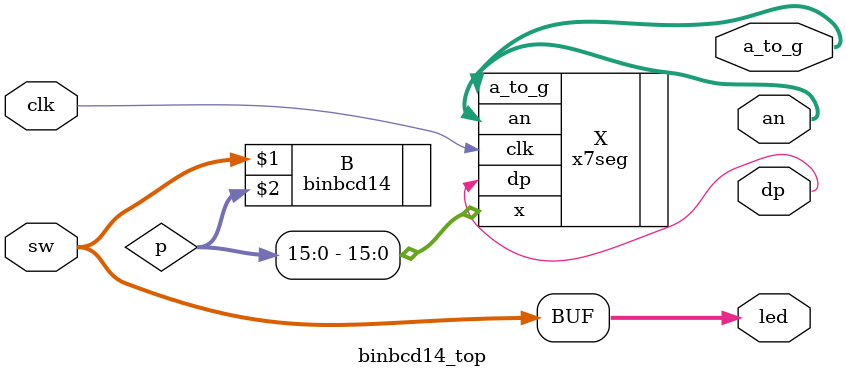
<source format=v>
module binbcd14_top(
    input clk,
    input[13:0] sw,
    output[13:0] led,
    output[6:0] a_to_g,
    output[3:0] an,
    output dp
);
    assign led=sw;

    wire[16:0] p;

    binbcd14 B(sw,p);

    x7seg X(.x(p[15:0]),.clk(clk),.a_to_g(a_to_g),.an(an),.dp(dp));

endmodule
</source>
